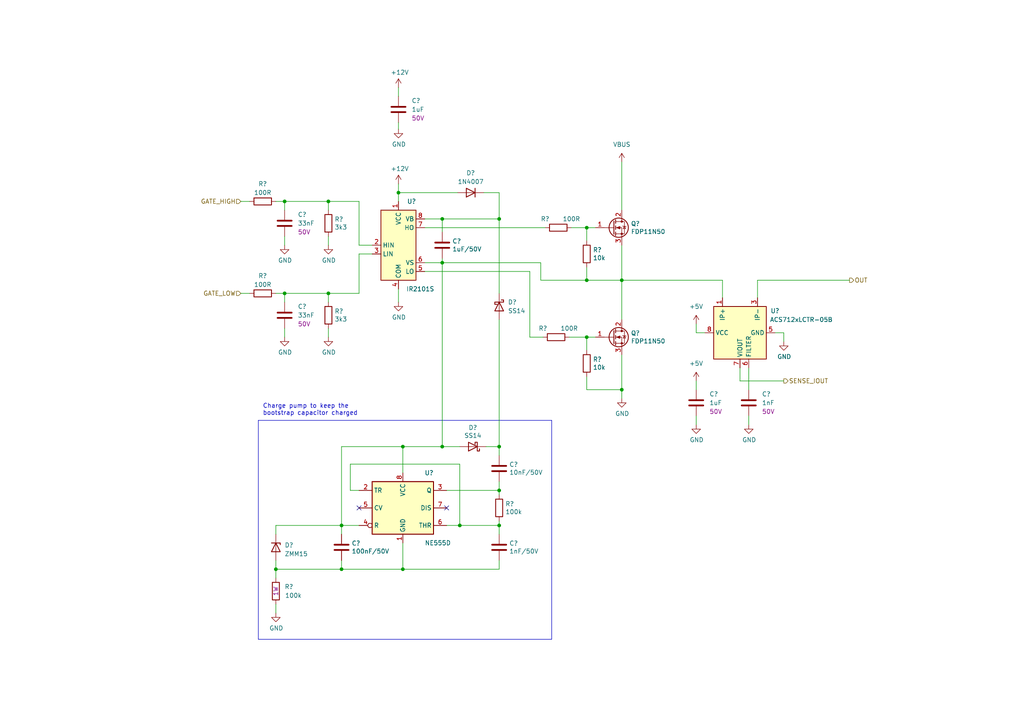
<source format=kicad_sch>
(kicad_sch (version 20230121) (generator eeschema)
  (paper "A4")
  (title_block (title "POWER INVERTER") (rev "REV1") (company "INSTITUTO TECNOLOGICO DE AERONAUTICA - ITA") (comment 1 "PROF. JOSE ROBERTO COLOMBO JUNIOR"))
  (lib_symbols
    (symbol "Device:C" (pin_numbers hide) (pin_names (offset 0.254))
      (property "Reference" "C" (at 0.635 2.54 0))
      (property "Value" "C" (at 0.635 -2.54 0))
      (symbol "C_0_1"
        (polyline (pts (xy -2.032 -0.762) (xy 2.032 -0.762)) (stroke (width 0.508)))
        (polyline (pts (xy -2.032 0.762) (xy 2.032 0.762)) (stroke (width 0.508)))
      )
      (symbol "C_1_1"
        (pin passive line (at 0 3.81 270) (length 2.794) (name "~") (number "1"))
        (pin passive line (at 0 -3.81 90) (length 2.794) (name "~") (number "2"))
      )
    )
    (symbol "Device:R" (pin_numbers hide) (pin_names (offset 0))
      (property "Reference" "R" (at 2.032 0 90))
      (property "Value" "R" (at 0 0 90))
      (symbol "R_0_1"
        (rectangle (start -1.016 -2.54) (end 1.016 2.54) (stroke (width 0.254)))
      )
      (symbol "R_1_1"
        (pin passive line (at 0 3.81 270) (length 1.27) (name "~") (number "1"))
        (pin passive line (at 0 -3.81 90) (length 1.27) (name "~") (number "2"))
      )
    )
    (symbol "Diode:1N4007" (pin_numbers hide) (pin_names hide)
      (property "Reference" "D" (at 0 2.54 0))
      (property "Value" "1N4007" (at 0 -2.54 0))
      (symbol "1N4007_0_1"
        (polyline (pts (xy -1.27 1.27) (xy -1.27 -1.27)) (stroke (width 0.254)))
        (polyline (pts (xy 1.27 0) (xy -1.27 0)))
        (polyline (pts (xy 1.27 1.27) (xy 1.27 -1.27) (xy -1.27 0) (xy 1.27 1.27)) (stroke (width 0.254)))
      )
      (symbol "1N4007_1_1"
        (pin passive line (at -3.81 0 0) (length 2.54) (name "K") (number "1"))
        (pin passive line (at 3.81 0 180) (length 2.54) (name "A") (number "2"))
      )
    )
    (symbol "Diode:1N5819" (pin_numbers hide) (pin_names (offset 1.016) hide)
      (property "Reference" "D" (at 0 2.54 0))
      (property "Value" "1N5819" (at 0 -2.54 0))
      (symbol "1N5819_0_1"
        (polyline (pts (xy 1.27 0) (xy -1.27 0)))
        (polyline (pts (xy 1.27 1.27) (xy 1.27 -1.27) (xy -1.27 0) (xy 1.27 1.27)) (stroke (width 0.254)))
        (polyline (pts (xy -1.905 0.635) (xy -1.905 1.27) (xy -1.27 1.27) (xy -1.27 -1.27) (xy -0.635 -1.27) (xy -0.635 -0.635)) (stroke (width 0.254)))
      )
      (symbol "1N5819_1_1"
        (pin passive line (at -3.81 0 0) (length 2.54) (name "K") (number "1"))
        (pin passive line (at 3.81 0 180) (length 2.54) (name "A") (number "2"))
      )
    )
    (symbol "Diode:ZMMxx" (pin_numbers hide) (pin_names hide)
      (property "Reference" "D" (at 0 2.54 0))
      (property "Value" "ZMMxx" (at 0 -2.54 0))
      (symbol "ZMMxx_0_1"
        (polyline (pts (xy 1.27 0) (xy -1.27 0)))
        (polyline (pts (xy -1.27 -1.27) (xy -1.27 1.27) (xy -0.762 1.27)) (stroke (width 0.254)))
        (polyline (pts (xy 1.27 -1.27) (xy 1.27 1.27) (xy -1.27 0) (xy 1.27 -1.27)) (stroke (width 0.254)))
      )
      (symbol "ZMMxx_1_1"
        (pin passive line (at -3.81 0 0) (length 2.54) (name "K") (number "1"))
        (pin passive line (at 3.81 0 180) (length 2.54) (name "A") (number "2"))
      )
    )
    (symbol "Driver_FET:IR2101"
      (property "Reference" "U" (at 1.27 13.335 0))
      (property "Value" "IR2101" (at 1.27 11.43 0))
      (symbol "IR2101_0_1"
        (rectangle (start -5.08 -10.16) (end 5.08 10.16) (stroke (width 0.254)) (fill (type background)))
      )
      (symbol "IR2101_1_1"
        (pin power_in line (at 0 12.7 270) (length 2.54) (name "VCC") (number "1"))
        (pin input line (at -7.62 0 0) (length 2.54) (name "HIN") (number "2"))
        (pin input line (at -7.62 -2.54 0) (length 2.54) (name "LIN") (number "3"))
        (pin power_in line (at 0 -12.7 90) (length 2.54) (name "COM") (number "4"))
        (pin output line (at 7.62 -7.62 180) (length 2.54) (name "LO") (number "5"))
        (pin passive line (at 7.62 -5.08 180) (length 2.54) (name "VS") (number "6"))
        (pin output line (at 7.62 5.08 180) (length 2.54) (name "HO") (number "7"))
        (pin passive line (at 7.62 7.62 180) (length 2.54) (name "VB") (number "8"))
      )
    )
    (symbol "Sensor_Current:ACS712xLCTR-05B"
      (property "Reference" "U" (at 2.54 11.43 0))
      (property "Value" "ACS712xLCTR-05B" (at 2.54 8.89 0))
      (symbol "ACS712xLCTR-05B_0_1"
        (rectangle (start -7.62 7.62) (end 7.62 -7.62) (stroke (width 0.254)) (fill (type background)))
      )
      (symbol "ACS712xLCTR-05B_1_1"
        (pin passive line (at -10.16 5.08 0) (length 2.54) (name "IP+") (number "1"))
        (pin passive line (at -10.16 5.08 0) (length 2.54) hide (name "IP+") (number "2"))
        (pin passive line (at -10.16 -5.08 0) (length 2.54) (name "IP-") (number "3"))
        (pin passive line (at -10.16 -5.08 0) (length 2.54) hide (name "IP-") (number "4"))
        (pin power_in line (at 0 -10.16 90) (length 2.54) (name "GND") (number "5"))
        (pin passive line (at 10.16 -2.54 180) (length 2.54) (name "FILTER") (number "6"))
        (pin output line (at 10.16 0 180) (length 2.54) (name "VIOUT") (number "7"))
        (pin power_in line (at 0 10.16 270) (length 2.54) (name "VCC") (number "8"))
      )
    )
    (symbol "Timer:NE555D"
      (property "Reference" "U" (at -10.16 8.89 0))
      (property "Value" "NE555D" (at 2.54 8.89 0))
      (symbol "NE555D_0_0"
        (pin power_in line (at 0 -10.16 90) (length 2.54) (name "GND") (number "1"))
        (pin power_in line (at 0 10.16 270) (length 2.54) (name "VCC") (number "8"))
      )
      (symbol "NE555D_0_1"
        (rectangle (start -8.89 -7.62) (end 8.89 7.62) (stroke (width 0.254)) (fill (type background)))
        (rectangle (start -8.89 -7.62) (end 8.89 7.62) (stroke (width 0.254)) (fill (type background)))
      )
      (symbol "NE555D_1_1"
        (pin input line (at -12.7 5.08 0) (length 3.81) (name "TR") (number "2"))
        (pin output line (at 12.7 5.08 180) (length 3.81) (name "Q") (number "3"))
        (pin input inverted (at -12.7 -5.08 0) (length 3.81) (name "R") (number "4"))
        (pin input line (at -12.7 0 0) (length 3.81) (name "CV") (number "5"))
        (pin input line (at 12.7 -5.08 180) (length 3.81) (name "THR") (number "6"))
        (pin input line (at 12.7 0 180) (length 3.81) (name "DIS") (number "7"))
      )
    )
    (symbol "Transistor_FET:IRF740" (pin_names hide)
      (property "Reference" "Q" (at 6.35 1.905 0))
      (property "Value" "IRF740" (at 6.35 0 0))
      (symbol "IRF740_0_1"
        (polyline (pts (xy 0.254 0) (xy -2.54 0)))
        (polyline (pts (xy 0.254 1.905) (xy 0.254 -1.905)) (stroke (width 0.254)))
        (polyline (pts (xy 0.762 -1.27) (xy 0.762 -2.286)) (stroke (width 0.254)))
        (polyline (pts (xy 0.762 0.508) (xy 0.762 -0.508)) (stroke (width 0.254)))
        (polyline (pts (xy 0.762 2.286) (xy 0.762 1.27)) (stroke (width 0.254)))
        (polyline (pts (xy 2.54 2.54) (xy 2.54 1.778)))
        (polyline (pts (xy 2.54 -2.54) (xy 2.54 0) (xy 0.762 0)))
        (polyline (pts (xy 0.762 -1.778) (xy 3.302 -1.778) (xy 3.302 1.778) (xy 0.762 1.778)))
        (polyline (pts (xy 1.016 0) (xy 2.032 0.381) (xy 2.032 -0.381) (xy 1.016 0)) (fill (type outline)))
        (polyline (pts (xy 2.794 0.508) (xy 2.921 0.381) (xy 3.683 0.381) (xy 3.81 0.254)))
        (polyline (pts (xy 3.302 0.381) (xy 2.921 -0.254) (xy 3.683 -0.254) (xy 3.302 0.381)))
        (circle (center 1.651 0) (radius 2.794) (stroke (width 0.254)))
        (circle (center 2.54 -1.778) (radius 0.254) (fill (type outline)))
        (circle (center 2.54 1.778) (radius 0.254) (fill (type outline)))
      )
      (symbol "IRF740_1_1"
        (pin input line (at -5.08 0 0) (length 2.54) (name "G") (number "1"))
        (pin passive line (at 2.54 5.08 270) (length 2.54) (name "D") (number "2"))
        (pin passive line (at 2.54 -5.08 90) (length 2.54) (name "S") (number "3"))
      )
    )
    (symbol "power:+12V" (power) (pin_names (offset 0))
      (property "Value" "+12V" (at 0 3.556 0))
      (symbol "+12V_0_1"
        (polyline (pts (xy -0.762 1.27) (xy 0 2.54)))
        (polyline (pts (xy 0 0) (xy 0 2.54)))
        (polyline (pts (xy 0 2.54) (xy 0.762 1.27)))
      )
      (symbol "+12V_1_1"
        (pin power_in line (at 0 0 90) (length 0) hide (name "+12V") (number "1"))
      )
    )
    (symbol "power:+5V" (power) (pin_names (offset 0))
      (property "Value" "+5V" (at 0 3.556 0))
      (symbol "+5V_0_1"
        (polyline (pts (xy -0.762 1.27) (xy 0 2.54)))
        (polyline (pts (xy 0 0) (xy 0 2.54)))
        (polyline (pts (xy 0 2.54) (xy 0.762 1.27)))
      )
      (symbol "+5V_1_1"
        (pin power_in line (at 0 0 90) (length 0) hide (name "+5V") (number "1"))
      )
    )
    (symbol "power:GND" (power) (pin_names (offset 0))
      (property "Value" "GND" (at 0 -3.81 0))
      (symbol "GND_0_1"
        (polyline (pts (xy 0 0) (xy 0 -1.27) (xy 1.27 -1.27) (xy 0 -2.54) (xy -1.27 -1.27) (xy 0 -1.27)))
      )
      (symbol "GND_1_1"
        (pin power_in line (at 0 0 270) (length 0) hide (name "GND") (number "1"))
      )
    )
    (symbol "power:VBUS" (power) (pin_names (offset 0))
      (property "Value" "VBUS" (at 0 3.81 0))
      (symbol "VBUS_0_1"
        (polyline (pts (xy -0.762 1.27) (xy 0 2.54)))
        (polyline (pts (xy 0 0) (xy 0 2.54)))
        (polyline (pts (xy 0 2.54) (xy 0.762 1.27)))
      )
      (symbol "VBUS_1_1"
        (pin power_in line (at 0 0 90) (length 0) hide (name "VBUS") (number "1"))
      )
    )
  )
  (junction (at 116.84 129.54))
  (junction (at 180.34 81.28))
  (junction (at 128.27 129.54))
  (junction (at 144.78 152.4))
  (junction (at 95.25 85.09))
  (junction (at 82.55 85.09))
  (junction (at 133.35 152.4))
  (junction (at 144.78 63.5))
  (junction (at 180.34 113.03))
  (junction (at 80.01 165.1))
  (junction (at 170.18 97.79))
  (junction (at 116.84 165.1))
  (junction (at 95.25 58.42))
  (junction (at 170.18 66.04))
  (junction (at 128.27 76.2))
  (junction (at 99.06 152.4))
  (junction (at 144.78 142.24))
  (junction (at 170.18 81.28))
  (junction (at 144.78 129.54))
  (junction (at 82.55 58.42))
  (junction (at 115.57 55.88))
  (junction (at 128.27 63.5))
  (junction (at 99.06 165.1))
  (no_connect (at 129.54 147.32))
  (no_connect (at 104.14 147.32))
  (wire (pts (xy 82.55 68.58) (xy 82.55 71.12)))
  (wire (pts (xy 219.71 81.28) (xy 219.71 86.36)))
  (wire (pts (xy 116.84 165.1) (xy 144.78 165.1)))
  (wire (pts (xy 128.27 129.54) (xy 133.35 129.54)))
  (wire (pts (xy 214.63 110.49) (xy 227.33 110.49)))
  (wire (pts (xy 180.34 81.28) (xy 209.55 81.28)))
  (wire (pts (xy 104.14 71.12) (xy 107.95 71.12)))
  (wire (pts (xy 115.57 83.82) (xy 115.57 87.63)))
  (wire (pts (xy 128.27 63.5) (xy 128.27 67.31)))
  (polyline (pts (xy 74.93 185.42) (xy 160.02 185.42)))
  (wire (pts (xy 201.93 93.98) (xy 201.93 96.52)))
  (wire (pts (xy 170.18 101.6) (xy 170.18 97.79)))
  (wire (pts (xy 82.55 85.09) (xy 82.55 87.63)))
  (wire (pts (xy 116.84 129.54) (xy 99.06 129.54)))
  (wire (pts (xy 140.335 55.88) (xy 144.78 55.88)))
  (wire (pts (xy 128.27 76.2) (xy 156.845 76.2)))
  (wire (pts (xy 156.845 76.2) (xy 156.845 81.28)))
  (wire (pts (xy 165.735 66.04) (xy 170.18 66.04)))
  (wire (pts (xy 95.25 58.42) (xy 82.55 58.42)))
  (wire (pts (xy 116.84 129.54) (xy 128.27 129.54)))
  (wire (pts (xy 69.85 58.42) (xy 72.39 58.42)))
  (wire (pts (xy 104.14 85.09) (xy 95.25 85.09)))
  (wire (pts (xy 80.01 58.42) (xy 82.55 58.42)))
  (wire (pts (xy 170.18 69.85) (xy 170.18 66.04)))
  (wire (pts (xy 116.84 157.48) (xy 116.84 165.1)))
  (wire (pts (xy 133.35 152.4) (xy 133.35 134.62)))
  (wire (pts (xy 101.6 142.24) (xy 101.6 134.62)))
  (wire (pts (xy 170.18 113.03) (xy 180.34 113.03)))
  (wire (pts (xy 153.67 78.74) (xy 153.67 97.79)))
  (wire (pts (xy 128.27 76.2) (xy 128.27 129.54)))
  (wire (pts (xy 224.79 96.52) (xy 227.33 96.52)))
  (wire (pts (xy 144.78 55.88) (xy 144.78 63.5)))
  (wire (pts (xy 95.25 58.42) (xy 95.25 60.96)))
  (wire (pts (xy 144.78 165.1) (xy 144.78 162.56)))
  (wire (pts (xy 95.25 95.25) (xy 95.25 97.79)))
  (wire (pts (xy 133.35 152.4) (xy 129.54 152.4)))
  (wire (pts (xy 95.25 68.58) (xy 95.25 71.12)))
  (wire (pts (xy 144.78 92.71) (xy 144.78 129.54)))
  (wire (pts (xy 144.78 151.13) (xy 144.78 152.4)))
  (wire (pts (xy 128.27 63.5) (xy 144.78 63.5)))
  (wire (pts (xy 217.17 106.68) (xy 217.17 113.03)))
  (wire (pts (xy 201.93 96.52) (xy 204.47 96.52)))
  (wire (pts (xy 80.01 165.1) (xy 99.06 165.1)))
  (wire (pts (xy 99.06 154.94) (xy 99.06 152.4)))
  (wire (pts (xy 180.34 113.03) (xy 180.34 102.87)))
  (polyline (pts (xy 74.93 121.92) (xy 74.93 185.42)))
  (wire (pts (xy 104.14 73.66) (xy 104.14 85.09)))
  (wire (pts (xy 99.06 129.54) (xy 99.06 152.4)))
  (wire (pts (xy 80.01 175.26) (xy 80.01 177.8)))
  (wire (pts (xy 144.78 154.94) (xy 144.78 152.4)))
  (polyline (pts (xy 74.93 121.92) (xy 160.02 121.92)))
  (wire (pts (xy 123.19 66.04) (xy 158.115 66.04)))
  (wire (pts (xy 116.84 165.1) (xy 99.06 165.1)))
  (wire (pts (xy 180.34 113.03) (xy 180.34 115.57)))
  (wire (pts (xy 246.38 81.28) (xy 219.71 81.28)))
  (wire (pts (xy 201.93 120.65) (xy 201.93 123.19)))
  (wire (pts (xy 116.84 129.54) (xy 116.84 137.16)))
  (wire (pts (xy 156.845 81.28) (xy 170.18 81.28)))
  (wire (pts (xy 128.27 76.2) (xy 128.27 74.93)))
  (wire (pts (xy 133.35 134.62) (xy 101.6 134.62)))
  (wire (pts (xy 104.14 142.24) (xy 101.6 142.24)))
  (wire (pts (xy 144.78 139.7) (xy 144.78 142.24)))
  (wire (pts (xy 227.33 96.52) (xy 227.33 99.06)))
  (wire (pts (xy 99.06 165.1) (xy 99.06 162.56)))
  (wire (pts (xy 104.14 58.42) (xy 95.25 58.42)))
  (wire (pts (xy 115.57 55.88) (xy 115.57 58.42)))
  (wire (pts (xy 172.72 66.04) (xy 170.18 66.04)))
  (wire (pts (xy 123.19 76.2) (xy 128.27 76.2)))
  (wire (pts (xy 80.01 152.4) (xy 99.06 152.4)))
  (wire (pts (xy 123.19 78.74) (xy 153.67 78.74)))
  (wire (pts (xy 144.78 143.51) (xy 144.78 142.24)))
  (wire (pts (xy 144.78 63.5) (xy 144.78 85.09)))
  (polyline (pts (xy 160.02 121.92) (xy 160.02 185.42)))
  (wire (pts (xy 80.01 162.56) (xy 80.01 165.1)))
  (wire (pts (xy 180.34 46.99) (xy 180.34 60.96)))
  (wire (pts (xy 129.54 142.24) (xy 144.78 142.24)))
  (wire (pts (xy 123.19 63.5) (xy 128.27 63.5)))
  (wire (pts (xy 165.1 97.79) (xy 170.18 97.79)))
  (wire (pts (xy 214.63 110.49) (xy 214.63 106.68)))
  (wire (pts (xy 209.55 81.28) (xy 209.55 86.36)))
  (wire (pts (xy 104.14 152.4) (xy 99.06 152.4)))
  (wire (pts (xy 80.01 152.4) (xy 80.01 154.94)))
  (wire (pts (xy 104.14 71.12) (xy 104.14 58.42)))
  (wire (pts (xy 115.57 55.88) (xy 132.715 55.88)))
  (wire (pts (xy 115.57 25.4) (xy 115.57 27.94)))
  (wire (pts (xy 201.93 110.49) (xy 201.93 113.03)))
  (wire (pts (xy 104.14 73.66) (xy 107.95 73.66)))
  (wire (pts (xy 80.01 167.64) (xy 80.01 165.1)))
  (wire (pts (xy 170.18 81.28) (xy 180.34 81.28)))
  (wire (pts (xy 69.85 85.09) (xy 72.39 85.09)))
  (wire (pts (xy 82.55 58.42) (xy 82.55 60.96)))
  (wire (pts (xy 170.18 77.47) (xy 170.18 81.28)))
  (wire (pts (xy 80.01 85.09) (xy 82.55 85.09)))
  (wire (pts (xy 180.34 71.12) (xy 180.34 81.28)))
  (wire (pts (xy 95.25 87.63) (xy 95.25 85.09)))
  (wire (pts (xy 180.34 81.28) (xy 180.34 92.71)))
  (wire (pts (xy 82.55 95.25) (xy 82.55 97.79)))
  (wire (pts (xy 157.48 97.79) (xy 153.67 97.79)))
  (wire (pts (xy 172.72 97.79) (xy 170.18 97.79)))
  (wire (pts (xy 115.57 53.34) (xy 115.57 55.88)))
  (wire (pts (xy 95.25 85.09) (xy 82.55 85.09)))
  (wire (pts (xy 144.78 132.08) (xy 144.78 129.54)))
  (wire (pts (xy 217.17 120.65) (xy 217.17 123.19)))
  (wire (pts (xy 170.18 109.22) (xy 170.18 113.03)))
  (wire (pts (xy 115.57 35.56) (xy 115.57 37.465)))
  (wire (pts (xy 144.78 129.54) (xy 140.97 129.54)))
  (wire (pts (xy 144.78 152.4) (xy 133.35 152.4)))
  (text "Charge pump to keep the \nbootstrap capacitor charged" (at 76.2 120.65 0) (effects (font (size 1.27 1.27)) (justify left bottom)))
  (hierarchical_label "OUT" (shape output) (at 246.38 81.28 0))
  (hierarchical_label "GATE_LOW" (shape input) (at 69.85 85.09 180))
  (hierarchical_label "GATE_HIGH" (shape input) (at 69.85 58.42 180))
  (hierarchical_label "SENSE_IOUT" (shape output) (at 227.33 110.49 0))
  (symbol (lib_id "power:+5V") (at 201.93 93.98 0) (unit 1)
    (property "Reference" "#PWR01" (effects hide))
    (property "Value" "+5V" (at 201.93 88.9 0))
  )
  (symbol (lib_id "Device:R") (at 76.2 85.09 90) (unit 1)
    (property "Reference" "R?" (at 76.2 80.01 90))
    (property "Value" "100R" (at 76.2 82.55 90))
    (property "Footprint" "Resistor_SMD:R_1206_3216Metric_Pad1.30x1.75mm_HandSolder" (effects hide))
    (instances (project "driver" (path "" (reference "R?") (unit 1))) (project "rev1" (path "" (reference "R9") (unit 1))) (project "FonteAltaTensao" (path "" (reference "R?") (unit 1)) (path "" (reference "R?") (unit 1))))
  )
  (symbol (lib_id "Device:C") (at 82.55 64.77 0) (unit 1)
    (property "Reference" "C?" (at 86.36 62.23 0) (effects (justify left)))
    (property "Value" "33nF" (at 86.36 64.77 0) (effects (justify left)))
    (property "Footprint" "Capacitor_SMD:C_1206_3216Metric" (effects hide))
    (property "Voltage" "50V" (at 86.36 67.31 0) (effects (justify left)))
    (instances (project "driver" (path "" (reference "C?") (unit 1))) (project "rev1" (path "" (reference "C10") (unit 1))) (project "FonteAltaTensao" (path "" (reference "C?") (unit 1)) (path "" (reference "C?") (unit 1))))
  )
  (symbol (lib_id "power:GND") (at 82.55 71.12 0) (unit 1)
    (property "Reference" "#PWR?" (effects hide))
    (property "Value" "GND" (at 82.677 75.5142 0))
    (instances (project "rev1" (path "" (reference "#PWR?") (unit 1)) (path "" (reference "#PWR029") (unit 1)) (path "" (reference "#PWR?") (unit 1)) (path "" (reference "#PWR?") (unit 1))))
  )
  (symbol (lib_id "Device:C") (at 217.17 116.84 0) (unit 1)
    (property "Reference" "C?" (at 220.98 114.3 0) (effects (justify left)))
    (property "Value" "1nF" (at 220.98 116.84 0) (effects (justify left)))
    (property "Footprint" "Capacitor_SMD:C_1206_3216Metric_Pad1.33x1.80mm_HandSolder" (effects hide))
    (property "Voltage" "50V" (at 220.98 119.38 0) (effects (justify left)))
    (instances (project "driver1" (path "" (reference "C?") (unit 1))) (project "DidaticInverter" (path "" (reference "C?") (unit 1))) (project "rev1" (path "" (reference "C15") (unit 1)) (path "" (reference "C?") (unit 1)) (path "" (reference "C?") (unit 1))) (project "FonteAltaTensao" (path "" (reference "C?") (unit 1)) (path "" (reference "C?") (unit 1))))
  )
  (symbol (lib_id "Device:C") (at 144.78 135.89 0) (unit 1)
    (property "Reference" "C?" (at 147.701 134.7216 0) (effects (justify left)))
    (property "Value" "10nF/50V" (at 147.701 137.033 0) (effects (justify left)))
    (property "Footprint" "Capacitor_SMD:C_1206_3216Metric_Pad1.33x1.80mm_HandSolder" (effects hide))
    (instances (project "rev1" (path "" (reference "C?") (unit 1)) (path "" (reference "C17") (unit 1)) (path "" (reference "C?") (unit 1)) (path "" (reference "C?") (unit 1))))
  )
  (symbol (lib_id "power:GND") (at 217.17 123.19 0) (unit 1)
    (property "Reference" "#PWR?" (effects hide))
    (property "Value" "GND" (at 217.297 127.5842 0))
    (instances (project "rev1" (path "" (reference "#PWR?") (unit 1)) (path "" (reference "#PWR039") (unit 1)) (path "" (reference "#PWR?") (unit 1)) (path "" (reference "#PWR?") (unit 1))))
  )
  (symbol (lib_id "power:+12V") (at 115.57 25.4 0) (unit 1)
    (property "Reference" "#PWR?" (effects hide))
    (property "Value" "+12V" (at 115.951 21.0058 0))
    (instances (project "rev1" (path "" (reference "#PWR?") (unit 1)) (path "" (reference "#PWR023") (unit 1)) (path "" (reference "#PWR?") (unit 1)) (path "" (reference "#PWR?") (unit 1))))
  )
  (symbol (lib_id "Device:R") (at 95.25 91.44 0) (unit 1)
    (property "Reference" "R?" (at 97.028 90.2716 0) (effects (justify left)))
    (property "Value" "3k3" (at 97.028 92.583 0) (effects (justify left)))
    (property "Footprint" "Resistor_SMD:R_1206_3216Metric_Pad1.30x1.75mm_HandSolder" (effects hide))
    (instances (project "rev1" (path "" (reference "R?") (unit 1)) (path "" (reference "R10") (unit 1)) (path "" (reference "R?") (unit 1)) (path "" (reference "R?") (unit 1))))
  )
  (symbol (lib_id "Sensor_Current:ACS712xLCTR-05B") (at 214.63 96.52 90) (mirror x) (unit 1)
    (property "Reference" "U?" (at 224.79 90.17 90))
    (property "Value" "ACS712xLCTR-05B" (at 232.41 92.71 90))
    (property "Footprint" "Package_SO:SOIC-8_3.9x4.9mm_P1.27mm" (effects hide))
    (property "Datasheet" "http://www.allegromicro.com/~/media/Files/Datasheets/ACS712-Datasheet.ashx?la=en" (effects hide))
    (instances (project "driver1" (path "" (reference "U?") (unit 1))) (project "DidaticInverter" (path "" (reference "U?") (unit 1))) (project "rev1" (path "" (reference "U4") (unit 1)) (path "" (reference "U?") (unit 1)) (path "" (reference "U?") (unit 1))))
  )
  (symbol (lib_id "power:GND") (at 82.55 97.79 0) (unit 1)
    (property "Reference" "#PWR?" (effects hide))
    (property "Value" "GND" (at 82.677 102.1842 0))
    (instances (project "rev1" (path "" (reference "#PWR?") (unit 1)) (path "" (reference "#PWR033") (unit 1)) (path "" (reference "#PWR?") (unit 1)) (path "" (reference "#PWR?") (unit 1))))
  )
  (symbol (lib_id "power:GND") (at 180.34 115.57 0) (unit 1)
    (property "Reference" "#PWR?" (effects hide))
    (property "Value" "GND" (at 180.467 119.9642 0))
    (instances (project "rev1" (path "" (reference "#PWR?") (unit 1)) (path "" (reference "#PWR037") (unit 1)) (path "" (reference "#PWR?") (unit 1)) (path "" (reference "#PWR?") (unit 1))))
  )
  (symbol (lib_id "Transistor_FET:IRF740") (at 177.8 66.04 0) (unit 1)
    (property "Reference" "Q?" (at 182.9816 64.8716 0) (effects (justify left)))
    (property "Value" "FDP11N50" (at 182.9816 67.183 0) (effects (justify left)))
    (property "Footprint" "Package_TO_SOT_THT:TO-220-3_Vertical" (effects hide))
    (instances (project "rev1" (path "" (reference "Q?") (unit 1)) (path "" (reference "Q1") (unit 1)) (path "" (reference "Q?") (unit 1)) (path "" (reference "Q?") (unit 1))))
  )
  (symbol (lib_id "Device:R") (at 76.2 58.42 90) (unit 1)
    (property "Reference" "R?" (at 76.2 53.34 90))
    (property "Value" "100R" (at 76.2 55.88 90))
    (property "Footprint" "Resistor_SMD:R_1206_3216Metric_Pad1.30x1.75mm_HandSolder" (effects hide))
    (instances (project "driver" (path "" (reference "R?") (unit 1))) (project "rev1" (path "" (reference "R5") (unit 1))) (project "FonteAltaTensao" (path "" (reference "R?") (unit 1)) (path "" (reference "R?") (unit 1))))
  )
  (symbol (lib_id "Device:C") (at 144.78 158.75 0) (unit 1)
    (property "Reference" "C?" (at 147.701 157.5816 0) (effects (justify left)))
    (property "Value" "1nF/50V" (at 147.701 159.893 0) (effects (justify left)))
    (property "Footprint" "Capacitor_SMD:C_1206_3216Metric_Pad1.33x1.80mm_HandSolder" (effects hide))
    (instances (project "rev1" (path "" (reference "C?") (unit 1)) (path "" (reference "C19") (unit 1)) (path "" (reference "C?") (unit 1)) (path "" (reference "C?") (unit 1))))
  )
  (symbol (lib_id "power:GND") (at 227.33 99.06 0) (unit 1)
    (property "Reference" "#PWR?" (effects hide))
    (property "Value" "GND" (at 227.457 103.4542 0))
    (instances (project "rev1" (path "" (reference "#PWR?") (unit 1)) (path "" (reference "#PWR035") (unit 1)) (path "" (reference "#PWR?") (unit 1)) (path "" (reference "#PWR?") (unit 1))))
  )
  (symbol (lib_id "Device:R") (at 161.925 66.04 270) (unit 1)
    (property "Reference" "R?" (at 158.115 63.5 90))
    (property "Value" "100R" (at 165.735 63.5 90))
    (property "Footprint" "Resistor_SMD:R_1206_3216Metric_Pad1.30x1.75mm_HandSolder" (effects hide))
    (instances (project "rev1" (path "" (reference "R?") (unit 1)) (path "" (reference "R7") (unit 1)) (path "" (reference "R?") (unit 1)) (path "" (reference "R?") (unit 1))))
  )
  (symbol (lib_id "Device:R") (at 95.25 64.77 0) (unit 1)
    (property "Reference" "R?" (at 97.028 63.6016 0) (effects (justify left)))
    (property "Value" "3k3" (at 97.028 65.913 0) (effects (justify left)))
    (property "Footprint" "Resistor_SMD:R_1206_3216Metric_Pad1.30x1.75mm_HandSolder" (effects hide))
    (instances (project "rev1" (path "" (reference "R?") (unit 1)) (path "" (reference "R6") (unit 1)) (path "" (reference "R?") (unit 1)) (path "" (reference "R?") (unit 1))))
  )
  (symbol (lib_id "power:GND") (at 95.25 97.79 0) (unit 1)
    (property "Reference" "#PWR?" (effects hide))
    (property "Value" "GND" (at 95.377 102.1842 0))
    (instances (project "rev1" (path "" (reference "#PWR?") (unit 1)) (path "" (reference "#PWR034") (unit 1)) (path "" (reference "#PWR?") (unit 1)) (path "" (reference "#PWR?") (unit 1))))
  )
  (symbol (lib_id "Driver_FET:IR2101") (at 115.57 71.12 0) (unit 1)
    (property "Reference" "U?" (at 119.38 58.42 0))
    (property "Value" "IR2101S" (at 121.92 83.82 0))
    (property "Footprint" "Package_SO:SOIC-8_3.9x4.9mm_P1.27mm" (effects hide))
    (property "Datasheet" "https://www.infineon.com/dgdl/ir2101.pdf?fileId=5546d462533600a4015355c7a755166c" (effects hide))
    (instances (project "rev1" (path "" (reference "U?") (unit 1)) (path "" (reference "U3") (unit 1)) (path "" (reference "U?") (unit 1)) (path "" (reference "U?") (unit 1))))
  )
  (symbol (lib_id "Diode:1N5819") (at 137.16 129.54 180) (unit 1)
    (property "Reference" "D?" (at 137.16 124.0282 0))
    (property "Value" "SS14" (at 137.16 126.3396 0))
    (property "Footprint" "Diode_SMD:D_SMA" (effects hide))
    (instances (project "rev1" (path "" (reference "D?") (unit 1)) (path "" (reference "D5") (unit 1)) (path "" (reference "D?") (unit 1)) (path "" (reference "D?") (unit 1))))
  )
  (symbol (lib_id "Device:R") (at 161.29 97.79 270) (unit 1)
    (property "Reference" "R?" (at 157.48 95.25 90))
    (property "Value" "100R" (at 165.1 95.25 90))
    (property "Footprint" "Resistor_SMD:R_1206_3216Metric_Pad1.30x1.75mm_HandSolder" (effects hide))
    (instances (project "rev1" (path "" (reference "R?") (unit 1)) (path "" (reference "R11") (unit 1)) (path "" (reference "R?") (unit 1)) (path "" (reference "R?") (unit 1))))
  )
  (symbol (lib_id "Device:C") (at 115.57 31.75 0) (unit 1)
    (property "Reference" "C?" (at 119.38 29.21 0) (effects (justify left)))
    (property "Value" "1uF" (at 119.38 31.75 0) (effects (justify left)))
    (property "Footprint" "Capacitor_SMD:C_1206_3216Metric_Pad1.33x1.80mm_HandSolder" (effects hide))
    (property "Voltage" "50V" (at 119.38 34.29 0) (effects (justify left)))
    (instances (project "driver1" (path "" (reference "C?") (unit 1))) (project "DidaticInverter" (path "" (reference "C?") (unit 1))) (project "rev1" (path "" (reference "C8") (unit 1)) (path "" (reference "C?") (unit 1)) (path "" (reference "C?") (unit 1))) (project "FonteAltaTensao" (path "" (reference "C?") (unit 1)) (path "" (reference "C?") (unit 1))))
  )
  (symbol (lib_id "Device:C") (at 201.93 116.84 0) (unit 1)
    (property "Reference" "C?" (at 205.74 114.3 0) (effects (justify left)))
    (property "Value" "1uF" (at 205.74 116.84 0) (effects (justify left)))
    (property "Footprint" "Capacitor_SMD:C_1206_3216Metric_Pad1.33x1.80mm_HandSolder" (effects hide))
    (property "Voltage" "50V" (at 205.74 119.38 0) (effects (justify left)))
    (instances (project "driver1" (path "" (reference "C?") (unit 1))) (project "DidaticInverter" (path "" (reference "C?") (unit 1))) (project "rev1" (path "" (reference "C14") (unit 1)) (path "" (reference "C?") (unit 1)) (path "" (reference "C?") (unit 1))) (project "FonteAltaTensao" (path "" (reference "C?") (unit 1)) (path "" (reference "C?") (unit 1))))
  )
  (symbol (lib_id "Device:R") (at 170.18 105.41 0) (unit 1)
    (property "Reference" "R?" (at 171.958 104.2416 0) (effects (justify left)))
    (property "Value" "10k" (at 171.958 106.553 0) (effects (justify left)))
    (property "Footprint" "Resistor_SMD:R_1206_3216Metric_Pad1.30x1.75mm_HandSolder" (effects hide))
    (instances (project "rev1" (path "" (reference "R?") (unit 1)) (path "" (reference "R12") (unit 1)) (path "" (reference "R?") (unit 1)) (path "" (reference "R?") (unit 1))))
  )
  (symbol (lib_id "Device:R") (at 170.18 73.66 0) (unit 1)
    (property "Reference" "R?" (at 171.958 72.4916 0) (effects (justify left)))
    (property "Value" "10k" (at 171.958 74.803 0) (effects (justify left)))
    (property "Footprint" "Resistor_SMD:R_1206_3216Metric_Pad1.30x1.75mm_HandSolder" (effects hide))
    (instances (project "rev1" (path "" (reference "R?") (unit 1)) (path "" (reference "R8") (unit 1)) (path "" (reference "R?") (unit 1)) (path "" (reference "R?") (unit 1))))
  )
  (symbol (lib_id "power:GND") (at 95.25 71.12 0) (unit 1)
    (property "Reference" "#PWR?" (effects hide))
    (property "Value" "GND" (at 95.377 75.5142 0))
    (instances (project "rev1" (path "" (reference "#PWR?") (unit 1)) (path "" (reference "#PWR030") (unit 1)) (path "" (reference "#PWR?") (unit 1)) (path "" (reference "#PWR?") (unit 1))))
  )
  (symbol (lib_id "power:GND") (at 201.93 123.19 0) (unit 1)
    (property "Reference" "#PWR?" (effects hide))
    (property "Value" "GND" (at 202.057 127.5842 0))
    (instances (project "rev1" (path "" (reference "#PWR?") (unit 1)) (path "" (reference "#PWR038") (unit 1)) (path "" (reference "#PWR?") (unit 1)) (path "" (reference "#PWR?") (unit 1))))
  )
  (symbol (lib_id "power:GND") (at 115.57 87.63 0) (unit 1)
    (property "Reference" "#PWR?" (effects hide))
    (property "Value" "GND" (at 115.697 92.0242 0))
    (instances (project "rev1" (path "" (reference "#PWR?") (unit 1)) (path "" (reference "#PWR031") (unit 1)) (path "" (reference "#PWR?") (unit 1)) (path "" (reference "#PWR?") (unit 1))))
  )
  (symbol (lib_id "power:GND") (at 80.01 177.8 0) (unit 1)
    (property "Reference" "#PWR?" (effects hide))
    (property "Value" "GND" (at 80.137 182.1942 0))
    (instances (project "rev1" (path "" (reference "#PWR?") (unit 1)) (path "" (reference "#PWR042") (unit 1)) (path "" (reference "#PWR?") (unit 1)) (path "" (reference "#PWR?") (unit 1))))
  )
  (symbol (lib_id "power:+12V") (at 115.57 53.34 0) (unit 1)
    (property "Reference" "#PWR?" (effects hide))
    (property "Value" "+12V" (at 115.951 48.9458 0))
    (instances (project "rev1" (path "" (reference "#PWR?") (unit 1)) (path "" (reference "#PWR028") (unit 1)) (path "" (reference "#PWR?") (unit 1)) (path "" (reference "#PWR?") (unit 1))))
  )
  (symbol (lib_id "power:VBUS") (at 180.34 46.99 0) (unit 1)
    (property "Reference" "#PWR027" (effects hide))
    (property "Value" "VBUS" (at 180.34 41.91 0))
  )
  (symbol (lib_id "Device:R") (at 80.01 171.45 0) (mirror x) (unit 1)
    (property "Reference" "R?" (at 83.82 170.18 0))
    (property "Value" "100k" (at 85.09 172.72 0))
    (property "Footprint" "Resistor_SMD:R_1206_3216Metric" (effects hide))
    (property "Power" "1W" (at 80.01 171.45 90))
    (instances (project "rev1" (path "" (reference "R?") (unit 1)) (path "" (reference "R16") (unit 1)) (path "" (reference "R?") (unit 1)) (path "" (reference "R?") (unit 1))))
  )
  (symbol (lib_id "Device:C") (at 128.27 71.12 0) (unit 1)
    (property "Reference" "C?" (at 131.191 69.9516 0) (effects (justify left)))
    (property "Value" "1uF/50V" (at 131.191 72.263 0) (effects (justify left)))
    (property "Footprint" "Capacitor_SMD:C_1206_3216Metric_Pad1.33x1.80mm_HandSolder" (effects hide))
    (instances (project "rev1" (path "" (reference "C?") (unit 1)) (path "" (reference "C11") (unit 1)) (path "" (reference "C?") (unit 1)) (path "" (reference "C?") (unit 1))))
  )
  (symbol (lib_id "Device:R") (at 144.78 147.32 0) (unit 1)
    (property "Reference" "R?" (at 146.558 146.1516 0) (effects (justify left)))
    (property "Value" "100k" (at 146.558 148.463 0) (effects (justify left)))
    (property "Footprint" "Resistor_SMD:R_1206_3216Metric_Pad1.30x1.75mm_HandSolder" (effects hide))
    (instances (project "rev1" (path "" (reference "R?") (unit 1)) (path "" (reference "R15") (unit 1)) (path "" (reference "R?") (unit 1)) (path "" (reference "R?") (unit 1))))
  )
  (symbol (lib_id "Device:C") (at 82.55 91.44 0) (unit 1)
    (property "Reference" "C?" (at 86.36 88.9 0) (effects (justify left)))
    (property "Value" "33nF" (at 86.36 91.44 0) (effects (justify left)))
    (property "Footprint" "Capacitor_SMD:C_1206_3216Metric" (effects hide))
    (property "Voltage" "50V" (at 86.36 93.98 0) (effects (justify left)))
    (instances (project "driver" (path "" (reference "C?") (unit 1))) (project "rev1" (path "" (reference "C13") (unit 1))) (project "FonteAltaTensao" (path "" (reference "C?") (unit 1)) (path "" (reference "C?") (unit 1))))
  )
  (symbol (lib_id "Diode:1N4007") (at 136.525 55.88 180) (unit 1)
    (property "Reference" "D?" (at 136.525 50.165 0))
    (property "Value" "1N4007" (at 136.525 52.705 0))
    (property "Footprint" "Diode_SMD:D_SMA" (effects hide))
    (property "Datasheet" "http://www.vishay.com/docs/88503/1n4001.pdf" (effects hide))
    (property "Sim.Device" "D" (effects hide))
    (property "Sim.Pins" "1=K 2=A" (effects hide))
    (instances (project "rev1" (path "" (reference "D?") (unit 1)) (path "" (reference "D3") (unit 1)) (path "" (reference "D?") (unit 1)) (path "" (reference "D?") (unit 1))))
  )
  (symbol (lib_id "Transistor_FET:IRF740") (at 177.8 97.79 0) (unit 1)
    (property "Reference" "Q?" (at 182.9816 96.6216 0) (effects (justify left)))
    (property "Value" "FDP11N50" (at 182.9816 98.933 0) (effects (justify left)))
    (property "Footprint" "Package_TO_SOT_THT:TO-220-3_Vertical" (effects hide))
    (instances (project "rev1" (path "" (reference "Q?") (unit 1)) (path "" (reference "Q2") (unit 1)) (path "" (reference "Q?") (unit 1)) (path "" (reference "Q?") (unit 1))))
  )
  (symbol (lib_id "Device:C") (at 99.06 158.75 0) (unit 1)
    (property "Reference" "C?" (at 101.981 157.5816 0) (effects (justify left)))
    (property "Value" "100nF/50V" (at 101.981 159.893 0) (effects (justify left)))
    (property "Footprint" "Capacitor_SMD:C_1206_3216Metric_Pad1.33x1.80mm_HandSolder" (effects hide))
    (instances (project "rev1" (path "" (reference "C?") (unit 1)) (path "" (reference "C18") (unit 1)) (path "" (reference "C?") (unit 1)) (path "" (reference "C?") (unit 1))))
  )
  (symbol (lib_id "Timer:NE555D") (at 116.84 147.32 0) (unit 1)
    (property "Reference" "U?" (at 124.46 137.16 0))
    (property "Value" "NE555D" (at 127 157.48 0))
    (property "Footprint" "Package_SO:SOIC-8_3.9x4.9mm_P1.27mm" (effects hide))
    (property "Datasheet" "http://www.ti.com/lit/ds/symlink/ne555.pdf" (effects hide))
    (instances (project "rev1" (path "" (reference "U?") (unit 1)) (path "" (reference "U5") (unit 1)) (path "" (reference "U?") (unit 1)) (path "" (reference "U?") (unit 1))))
  )
  (symbol (lib_id "power:+5V") (at 201.93 110.49 0) (unit 1)
    (property "Reference" "#PWR014" (effects hide))
    (property "Value" "+5V" (at 201.93 105.41 0))
  )
  (symbol (lib_id "Diode:1N5819") (at 144.78 88.9 270) (unit 1)
    (property "Reference" "D?" (at 148.59 87.63 90))
    (property "Value" "SS14" (at 149.86 90.17 90))
    (property "Footprint" "Diode_SMD:D_SMA" (effects hide))
    (instances (project "rev1" (path "" (reference "D?") (unit 1)) (path "" (reference "D4") (unit 1)) (path "" (reference "D?") (unit 1)) (path "" (reference "D?") (unit 1))))
  )
  (symbol (lib_id "power:GND") (at 115.57 37.465 0) (unit 1)
    (property "Reference" "#PWR?" (effects hide))
    (property "Value" "GND" (at 115.697 41.8592 0))
    (instances (project "rev1" (path "" (reference "#PWR?") (unit 1)) (path "" (reference "#PWR025") (unit 1)) (path "" (reference "#PWR?") (unit 1)) (path "" (reference "#PWR?") (unit 1))))
  )
  (symbol (lib_id "Diode:ZMMxx") (at 80.01 158.75 270) (unit 1)
    (property "Reference" "D?" (at 82.55 158.115 90) (effects (justify left)))
    (property "Value" "ZMM15" (at 82.55 160.655 90) (effects (justify left)))
    (property "Footprint" "Diode_SMD:D_MiniMELF" (effects hide))
    (property "Datasheet" "https://diotec.com/tl_files/diotec/files/pdf/datasheets/zmm1.pdf" (effects hide))
    (instances (project "rev1" (path "" (reference "D?") (unit 1)) (path "" (reference "D6") (unit 1)) (path "" (reference "D?") (unit 1)) (path "" (reference "D?") (unit 1))))
  )
)
</source>
